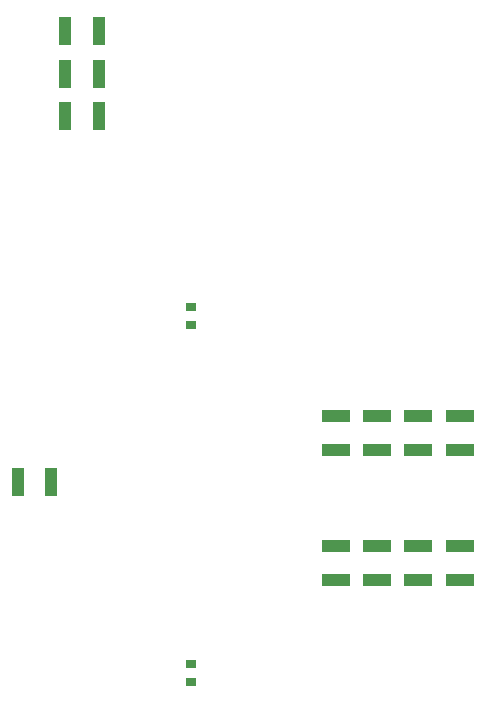
<source format=gbr>
G04 EAGLE Gerber RS-274X export*
G75*
%MOMM*%
%FSLAX34Y34*%
%LPD*%
%INSolderpaste Bottom*%
%IPPOS*%
%AMOC8*
5,1,8,0,0,1.08239X$1,22.5*%
G01*
%ADD10R,1.061200X2.489200*%
%ADD11R,0.812800X0.756400*%
%ADD12R,2.489200X1.061200*%


D10*
X240804Y740700D03*
X269196Y740700D03*
X240804Y704500D03*
X269196Y704500D03*
X240804Y668300D03*
X269196Y668300D03*
D11*
X347400Y491381D03*
X347400Y506819D03*
D10*
X229196Y358800D03*
X200804Y358800D03*
D11*
X347400Y189531D03*
X347400Y204969D03*
D12*
X470000Y275804D03*
X470000Y304196D03*
X505000Y275804D03*
X505000Y304196D03*
X540000Y275804D03*
X540000Y304196D03*
X575000Y275804D03*
X575000Y304196D03*
X470000Y414196D03*
X470000Y385804D03*
X505000Y414196D03*
X505000Y385804D03*
X540000Y414196D03*
X540000Y385804D03*
X575000Y414196D03*
X575000Y385804D03*
M02*

</source>
